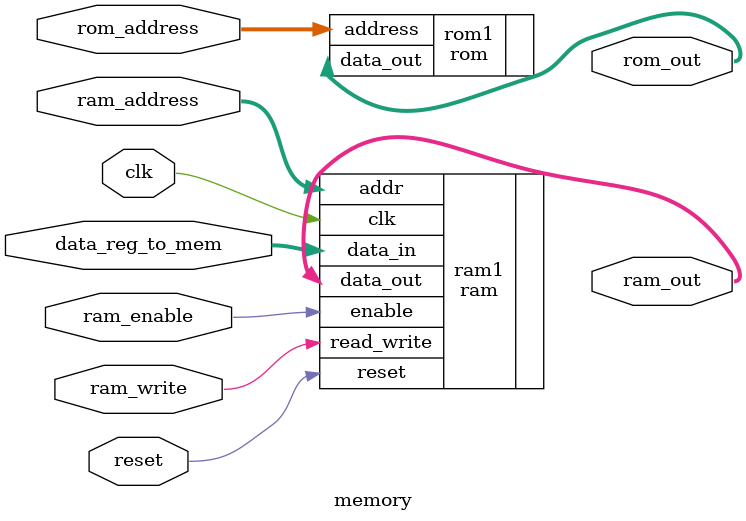
<source format=sv>
module memory #(
    NUM_RAM_ADDRESS = 256,
    NUM_ROM_ADDRESS = 256
) (
    input wire clk,
    input wire reset,
    input [(NUM_ROM_ADDRESS > 0) ? $clog2(NUM_ROM_ADDRESS) - 1 : 0 : 0] rom_address,
    input wire [31 : 0] data_reg_to_mem,
    input wire [(NUM_RAM_ADDRESS > 0) ? $clog2(NUM_RAM_ADDRESS) - 1 : 0 : 0] ram_address,
    input wire ram_write,
    input wire ram_enable,
    output wire [31 : 0] rom_out,
    output wire [31 : 0] ram_out

);

ram #(
    .N(NUM_RAM_ADDRESS)
) ram1 (
    .clk(clk),
    .reset(reset),
    .read_write(ram_write),
    .enable(ram_enable),
    .addr(ram_address),
    .data_in(data_reg_to_mem),
    .data_out(ram_out)
);

rom #(
    .N(NUM_ROM_ADDRESS)
) rom1 (
    .address(rom_address),
    .data_out(rom_out)
);

endmodule

</source>
